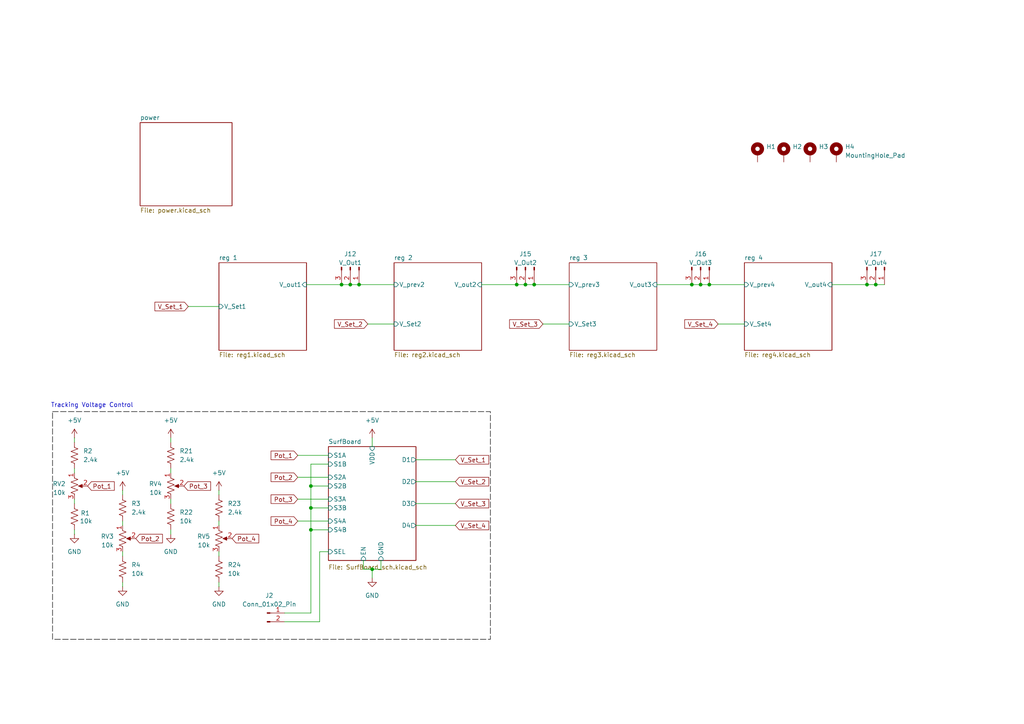
<source format=kicad_sch>
(kicad_sch (version 20250114) (generator "eeschema") (generator_version "9.0")
  (paper "A4")
  (title_block (company "Purdue ECET"))
  (lib_symbols
    (symbol "+5V_1" (power) (pin_numbers (hide yes)) (pin_names (offset 0) (hide yes))
      (property "Value" "+5V" (at 0 3.556 0))
      (symbol "+5V_1_0_1"
        (polyline (pts (xy -0.762 1.27) (xy 0 2.54)))
        (polyline (pts (xy 0 2.54) (xy 0.762 1.27)))
        (polyline (pts (xy 0 0) (xy 0 2.54)))
      )
      (symbol "+5V_1_1_1"
        (pin power_in line (at 0 0 90) (length 0) (name "~") (number "1"))
      )
    )
    (symbol "Connector:Conn_01x02_Pin" (pin_names (offset 1.016) (hide yes))
      (property "Reference" "J" (at 0 2.54 0))
      (property "Value" "Conn_01x02_Pin" (at 0 -5.08 0))
      (symbol "Conn_01x02_Pin_1_1"
        (rectangle (start 0.8636 0.127) (end 0 -0.127) (stroke (width 0.1524)) (fill (type outline)))
        (rectangle (start 0.8636 -2.413) (end 0 -2.667) (stroke (width 0.1524)) (fill (type outline)))
        (polyline (pts (xy 1.27 0) (xy 0.8636 0)) (stroke (width 0.1524)))
        (polyline (pts (xy 1.27 -2.54) (xy 0.8636 -2.54)) (stroke (width 0.1524)))
        (pin passive line (at 5.08 0 180) (length 3.81) (name "Pin_1") (number "1"))
        (pin passive line (at 5.08 -2.54 180) (length 3.81) (name "Pin_2") (number "2"))
      )
    )
    (symbol "Connector:Conn_01x03_Pin" (pin_names (offset 1.016) (hide yes))
      (property "Reference" "J" (at 0 5.08 0))
      (property "Value" "Conn_01x03_Pin" (at 0 -5.08 0))
      (symbol "Conn_01x03_Pin_1_1"
        (rectangle (start 0.8636 2.667) (end 0 2.413) (stroke (width 0.1524)) (fill (type outline)))
        (rectangle (start 0.8636 0.127) (end 0 -0.127) (stroke (width 0.1524)) (fill (type outline)))
        (rectangle (start 0.8636 -2.413) (end 0 -2.667) (stroke (width 0.1524)) (fill (type outline)))
        (polyline (pts (xy 1.27 2.54) (xy 0.8636 2.54)) (stroke (width 0.1524)))
        (polyline (pts (xy 1.27 0) (xy 0.8636 0)) (stroke (width 0.1524)))
        (polyline (pts (xy 1.27 -2.54) (xy 0.8636 -2.54)) (stroke (width 0.1524)))
        (pin passive line (at 5.08 2.54 180) (length 3.81) (name "Pin_1") (number "1"))
        (pin passive line (at 5.08 0 180) (length 3.81) (name "Pin_2") (number "2"))
        (pin passive line (at 5.08 -2.54 180) (length 3.81) (name "Pin_3") (number "3"))
      )
    )
    (symbol "Device:R_Potentiometer_US" (pin_names (offset 1.016) (hide yes))
      (property "Reference" "RV" (at -4.445 0 90))
      (property "Value" "R_Potentiometer_US" (at -2.54 0 90))
      (symbol "R_Potentiometer_US_0_1"
        (polyline (pts (xy 0 2.54) (xy 0 2.286)))
        (polyline (pts (xy 0 2.286) (xy 1.016 1.905) (xy 0 1.524) (xy -1.016 1.143) (xy 0 0.762)))
        (polyline (pts (xy 0 0.762) (xy 1.016 0.381) (xy 0 0) (xy -1.016 -0.381) (xy 0 -0.762)))
        (polyline (pts (xy 0 -0.762) (xy 1.016 -1.143) (xy 0 -1.524) (xy -1.016 -1.905) (xy 0 -2.286)))
        (polyline (pts (xy 0 -2.286) (xy 0 -2.54)))
        (polyline (pts (xy 1.143 0) (xy 2.286 0.508) (xy 2.286 -0.508) (xy 1.143 0)) (fill (type outline)))
        (polyline (pts (xy 2.54 0) (xy 1.524 0)))
      )
      (symbol "R_Potentiometer_US_1_1"
        (pin passive line (at 0 3.81 270) (length 1.27) (name "1") (number "1"))
        (pin passive line (at 0 -3.81 90) (length 1.27) (name "3") (number "3"))
        (pin passive line (at 3.81 0 180) (length 1.27) (name "2") (number "2"))
      )
    )
    (symbol "Device:R_US" (pin_numbers (hide yes)) (pin_names (offset 0))
      (property "Reference" "R" (at 2.54 0 90))
      (property "Value" "R_US" (at -2.54 0 90))
      (symbol "R_US_0_1"
        (polyline (pts (xy 0 2.286) (xy 0 2.54)))
        (polyline (pts (xy 0 2.286) (xy 1.016 1.905) (xy 0 1.524) (xy -1.016 1.143) (xy 0 0.762)))
        (polyline (pts (xy 0 0.762) (xy 1.016 0.381) (xy 0 0) (xy -1.016 -0.381) (xy 0 -0.762)))
        (polyline (pts (xy 0 -0.762) (xy 1.016 -1.143) (xy 0 -1.524) (xy -1.016 -1.905) (xy 0 -2.286)))
        (polyline (pts (xy 0 -2.286) (xy 0 -2.54)))
      )
      (symbol "R_US_1_1"
        (pin passive line (at 0 3.81 270) (length 1.27) (name "~") (number "1"))
        (pin passive line (at 0 -3.81 90) (length 1.27) (name "~") (number "2"))
      )
    )
    (symbol "GND_1" (power) (pin_numbers (hide yes)) (pin_names (offset 0) (hide yes))
      (property "Value" "GND" (at 0 -3.81 0))
      (symbol "GND_1_0_1"
        (polyline (pts (xy 0 0) (xy 0 -1.27) (xy 1.27 -1.27) (xy 0 -2.54) (xy -1.27 -1.27) (xy 0 -1.27)))
      )
      (symbol "GND_1_1_1"
        (pin power_in line (at 0 0 270) (length 0) (name "~") (number "1"))
      )
    )
    (symbol "GND_2" (power) (pin_numbers (hide yes)) (pin_names (offset 0) (hide yes))
      (property "Value" "GND" (at 0 -3.81 0))
      (symbol "GND_2_0_1"
        (polyline (pts (xy 0 0) (xy 0 -1.27) (xy 1.27 -1.27) (xy 0 -2.54) (xy -1.27 -1.27) (xy 0 -1.27)))
      )
      (symbol "GND_2_1_1"
        (pin power_in line (at 0 0 270) (length 0) (name "~") (number "1"))
      )
    )
    (symbol "Mechanical:MountingHole_Pad" (pin_numbers (hide yes)) (pin_names (offset 1.016) (hide yes))
      (property "Reference" "H" (at 0 6.35 0))
      (property "Value" "MountingHole_Pad" (at 0 4.445 0))
      (symbol "MountingHole_Pad_0_1"
        (circle (center 0 1.27) (radius 1.27) (stroke (width 1.27)))
      )
      (symbol "MountingHole_Pad_1_1"
        (pin input line (at 0 -2.54 90) (length 2.54) (name "1") (number "1"))
      )
    )
    (symbol "power:+5V" (power) (pin_numbers (hide yes)) (pin_names (offset 0) (hide yes))
      (property "Value" "+5V" (at 0 3.556 0))
      (symbol "+5V_0_1"
        (polyline (pts (xy -0.762 1.27) (xy 0 2.54)))
        (polyline (pts (xy 0 2.54) (xy 0.762 1.27)))
        (polyline (pts (xy 0 0) (xy 0 2.54)))
      )
      (symbol "+5V_1_1"
        (pin power_in line (at 0 0 90) (length 0) (name "~") (number "1"))
      )
    )
  )
  (rectangle (start 15.24 119.38) (end 142.24 185.42) (stroke (width 0) (type dash) (color 0 0 0 1)))
  (text "Tracking Voltage Control" (at 14.732 118.364 0) (effects (font (size 1.27 1.27)) (justify left bottom)))
  (junction (at 90.17 147.32))
  (junction (at 90.17 153.67))
  (junction (at 90.17 140.97))
  (junction (at 254 82.55))
  (junction (at 251.46 82.55))
  (junction (at 101.6 82.55))
  (junction (at 104.14 82.55))
  (junction (at 99.06 82.55))
  (junction (at 154.94 82.55))
  (junction (at 149.86 82.55))
  (junction (at 203.2 82.55))
  (junction (at 200.66 82.55))
  (junction (at 107.95 165.1))
  (junction (at 152.4 82.55))
  (junction (at 205.74 82.55))
  (wire (pts (xy 92.71 180.34) (xy 82.55 180.34)))
  (wire (pts (xy 254 82.55) (xy 256.54 82.55)))
  (wire (pts (xy 86.36 144.78) (xy 95.25 144.78)))
  (wire (pts (xy 190.5 82.55) (xy 200.66 82.55)))
  (wire (pts (xy 139.7 82.55) (xy 149.86 82.55)))
  (wire (pts (xy 86.36 151.13) (xy 95.25 151.13)))
  (wire (pts (xy 99.06 82.55) (xy 101.6 82.55)))
  (wire (pts (xy 120.65 139.7) (xy 132.08 139.7)))
  (wire (pts (xy 63.5 168.91) (xy 63.5 170.18)))
  (wire (pts (xy 90.17 140.97) (xy 95.25 140.97)))
  (wire (pts (xy 63.5 151.13) (xy 63.5 152.4)))
  (wire (pts (xy 21.59 127) (xy 21.59 128.27)))
  (wire (pts (xy 95.25 160.02) (xy 92.71 160.02)))
  (wire (pts (xy 203.2 82.55) (xy 205.74 82.55)))
  (wire (pts (xy 86.36 132.08) (xy 95.25 132.08)))
  (wire (pts (xy 49.53 127) (xy 49.53 128.27)))
  (wire (pts (xy 21.59 135.89) (xy 21.59 137.16)))
  (wire (pts (xy 105.41 165.1) (xy 107.95 165.1)))
  (wire (pts (xy 90.17 134.62) (xy 90.17 140.97)))
  (wire (pts (xy 105.41 162.56) (xy 105.41 165.1)))
  (wire (pts (xy 90.17 140.97) (xy 90.17 147.32)))
  (wire (pts (xy 35.56 168.91) (xy 35.56 170.18)))
  (wire (pts (xy 21.59 153.67) (xy 21.59 154.94)))
  (wire (pts (xy 63.5 142.24) (xy 63.5 143.51)))
  (wire (pts (xy 200.66 82.55) (xy 203.2 82.55)))
  (wire (pts (xy 154.94 82.55) (xy 165.1 82.55)))
  (wire (pts (xy 106.68 93.98) (xy 114.3 93.98)))
  (wire (pts (xy 92.71 160.02) (xy 92.71 180.34)))
  (wire (pts (xy 63.5 160.02) (xy 63.5 161.29)))
  (wire (pts (xy 49.53 135.89) (xy 49.53 137.16)))
  (wire (pts (xy 157.48 93.98) (xy 165.1 93.98)))
  (wire (pts (xy 149.86 82.55) (xy 152.4 82.55)))
  (wire (pts (xy 251.46 82.55) (xy 254 82.55)))
  (wire (pts (xy 107.95 165.1) (xy 107.95 167.64)))
  (wire (pts (xy 90.17 147.32) (xy 95.25 147.32)))
  (wire (pts (xy 49.53 153.67) (xy 49.53 154.94)))
  (wire (pts (xy 101.6 82.55) (xy 104.14 82.55)))
  (wire (pts (xy 90.17 153.67) (xy 90.17 147.32)))
  (wire (pts (xy 35.56 151.13) (xy 35.56 152.4)))
  (wire (pts (xy 35.56 142.24) (xy 35.56 143.51)))
  (wire (pts (xy 104.14 82.55) (xy 114.3 82.55)))
  (wire (pts (xy 107.95 165.1) (xy 110.49 165.1)))
  (wire (pts (xy 82.55 177.8) (xy 90.17 177.8)))
  (wire (pts (xy 49.53 144.78) (xy 49.53 146.05)))
  (wire (pts (xy 205.74 82.55) (xy 215.9 82.55)))
  (wire (pts (xy 21.59 144.78) (xy 21.59 146.05)))
  (wire (pts (xy 54.61 88.9) (xy 63.5 88.9)))
  (wire (pts (xy 86.36 138.43) (xy 95.25 138.43)))
  (wire (pts (xy 107.95 127) (xy 107.95 129.54)))
  (wire (pts (xy 241.3 82.55) (xy 251.46 82.55)))
  (wire (pts (xy 90.17 153.67) (xy 95.25 153.67)))
  (wire (pts (xy 110.49 162.56) (xy 110.49 165.1)))
  (wire (pts (xy 90.17 134.62) (xy 95.25 134.62)))
  (wire (pts (xy 35.56 160.02) (xy 35.56 161.29)))
  (wire (pts (xy 120.65 146.05) (xy 132.08 146.05)))
  (wire (pts (xy 208.28 93.98) (xy 215.9 93.98)))
  (wire (pts (xy 152.4 82.55) (xy 154.94 82.55)))
  (wire (pts (xy 90.17 177.8) (xy 90.17 153.67)))
  (wire (pts (xy 120.65 152.4) (xy 132.08 152.4)))
  (wire (pts (xy 88.9 82.55) (xy 99.06 82.55)))
  (wire (pts (xy 120.65 133.35) (xy 132.08 133.35)))
  (global_label "V_Set_2" (shape input) (at 106.68 93.98 180) (property "Intersheetrefs" "${INTERSHEET_REFS}" (effects (hide yes))))
  (global_label "V_Set_4" (shape input) (at 132.08 152.4 0) (property "Intersheetrefs" "${INTERSHEET_REFS}" (effects (hide yes))))
  (global_label "V_Set_3" (shape input) (at 157.48 93.98 180) (property "Intersheetrefs" "${INTERSHEET_REFS}" (effects (hide yes))))
  (global_label "Pot_3" (shape input) (at 86.36 144.78 180) (property "Intersheetrefs" "${INTERSHEET_REFS}" (effects (hide yes))))
  (global_label "Pot_3" (shape input) (at 53.34 140.97 0) (property "Intersheetrefs" "${INTERSHEET_REFS}" (effects (hide yes))))
  (global_label "V_Set_1" (shape input) (at 54.61 88.9 180) (property "Intersheetrefs" "${INTERSHEET_REFS}" (effects (hide yes))))
  (global_label "Pot_2" (shape input) (at 39.37 156.21 0) (property "Intersheetrefs" "${INTERSHEET_REFS}" (effects (hide yes))))
  (global_label "V_Set_3" (shape input) (at 132.08 146.05 0) (property "Intersheetrefs" "${INTERSHEET_REFS}" (effects (hide yes))))
  (global_label "Pot_1" (shape input) (at 25.4 140.97 0) (property "Intersheetrefs" "${INTERSHEET_REFS}" (effects (hide yes))))
  (global_label "Pot_4" (shape input) (at 67.31 156.21 0) (property "Intersheetrefs" "${INTERSHEET_REFS}" (effects (hide yes))))
  (global_label "V_Set_4" (shape input) (at 208.28 93.98 180) (property "Intersheetrefs" "${INTERSHEET_REFS}" (effects (hide yes))))
  (global_label "V_Set_2" (shape input) (at 132.08 139.7 0) (property "Intersheetrefs" "${INTERSHEET_REFS}" (effects (hide yes))))
  (global_label "Pot_4" (shape input) (at 86.36 151.13 180) (property "Intersheetrefs" "${INTERSHEET_REFS}" (effects (hide yes))))
  (global_label "Pot_1" (shape input) (at 86.36 132.08 180) (property "Intersheetrefs" "${INTERSHEET_REFS}" (effects (hide yes))))
  (global_label "Pot_2" (shape input) (at 86.36 138.43 180) (property "Intersheetrefs" "${INTERSHEET_REFS}" (effects (hide yes))))
  (global_label "V_Set_1" (shape input) (at 132.08 133.35 0) (property "Intersheetrefs" "${INTERSHEET_REFS}" (effects (hide yes))))
  (symbol (lib_name "GND_1") (lib_id "power:GND") (at 35.56 170.18 0) (unit 1)
    (property "Reference" "#PWR06" (effects (hide yes)))
    (property "Value" "GND" (at 35.56 175.26 0))
    (property "Description" "Power symbol creates a global label with name \"GND\" , ground" (effects (hide yes)))
  )
  (symbol (lib_id "Device:R_US") (at 35.56 147.32 180) (unit 1)
    (property "Reference" "R3" (at 38.1 146.0499 0) (effects (justify right)))
    (property "Value" "2.4k" (at 38.1 148.5899 0) (effects (justify right)))
    (property "Footprint" "Resistor_THT:R_Axial_DIN0207_L6.3mm_D2.5mm_P10.16mm_Horizontal" (effects (hide yes)))
    (property "Description" "Resistor, US symbol" (effects (hide yes)))
  )
  (symbol (lib_id "Connector:Conn_01x03_Pin") (at 101.6 77.47 270) (unit 1)
    (property "Reference" "J12" (at 101.6 73.66 90))
    (property "Value" "V_Out1" (at 101.6 76.2 90))
    (property "Footprint" "Connector_PinHeader_2.54mm:PinHeader_1x03_P2.54mm_Vertical" (effects (hide yes)))
  )
  (symbol (lib_name "GND_1") (lib_id "power:GND") (at 63.5 170.18 0) (unit 1)
    (property "Reference" "#PWR014" (effects (hide yes)))
    (property "Value" "GND" (at 63.5 175.26 0))
    (property "Description" "Power symbol creates a global label with name \"GND\" , ground" (effects (hide yes)))
  )
  (symbol (lib_id "Device:R_US") (at 21.59 132.08 180) (unit 1)
    (property "Reference" "R2" (at 24.13 130.8099 0) (effects (justify right)))
    (property "Value" "2.4k" (at 24.13 133.3499 0) (effects (justify right)))
    (property "Footprint" "Resistor_THT:R_Axial_DIN0207_L6.3mm_D2.5mm_P10.16mm_Horizontal" (effects (hide yes)))
    (property "Description" "Resistor, US symbol" (effects (hide yes)))
  )
  (symbol (lib_id "Mechanical:MountingHole_Pad") (at 219.71 44.45 0) (unit 1)
    (property "Reference" "H1" (at 222.25 42.545 0) (effects (justify left)))
    (property "Value" "MountingHole_Pad" (effects (hide yes)))
    (property "Footprint" "MountingHole:MountingHole_4.3mm_M4_Pad" (effects (hide yes)))
  )
  (symbol (lib_id "Device:R_US") (at 49.53 132.08 180) (unit 1)
    (property "Reference" "R21" (at 52.07 130.8099 0) (effects (justify right)))
    (property "Value" "2.4k" (at 52.07 133.3499 0) (effects (justify right)))
    (property "Footprint" "Resistor_THT:R_Axial_DIN0207_L6.3mm_D2.5mm_P10.16mm_Horizontal" (effects (hide yes)))
    (property "Description" "Resistor, US symbol" (effects (hide yes)))
  )
  (symbol (lib_id "Connector:Conn_01x03_Pin") (at 152.4 77.47 270) (unit 1)
    (property "Reference" "J15" (at 152.4 73.66 90))
    (property "Value" "V_Out2" (at 152.4 76.2 90))
    (property "Footprint" "Connector_PinHeader_2.54mm:PinHeader_1x03_P2.54mm_Vertical" (effects (hide yes)))
  )
  (symbol (lib_id "Mechanical:MountingHole_Pad") (at 242.57 44.45 0) (unit 1)
    (property "Reference" "H4" (at 245.11 42.545 0) (effects (justify left)))
    (property "Value" "MountingHole_Pad" (at 245.11 45.085 0) (effects (justify left)))
    (property "Footprint" "MountingHole:MountingHole_4.3mm_M4_Pad" (effects (hide yes)))
  )
  (symbol (lib_id "Device:R_Potentiometer_US") (at 35.56 156.21 0) (unit 1)
    (property "Reference" "RV3" (at 33.02 155.575 0) (effects (justify right)))
    (property "Value" "10k" (at 33.02 158.115 0) (effects (justify right)))
    (property "Footprint" "battery_emulator:PDB181" (effects (hide yes)))
  )
  (symbol (lib_id "Device:R_US") (at 49.53 149.86 180) (unit 1)
    (property "Reference" "R22" (at 52.07 148.5899 0) (effects (justify right)))
    (property "Value" "10k" (at 52.07 151.1299 0) (effects (justify right)))
    (property "Footprint" "Resistor_THT:R_Axial_DIN0207_L6.3mm_D2.5mm_P10.16mm_Horizontal" (effects (hide yes)))
    (property "Description" "Resistor, US symbol" (effects (hide yes)))
  )
  (symbol (lib_id "Device:R_Potentiometer_US") (at 63.5 156.21 0) (unit 1)
    (property "Reference" "RV5" (at 60.96 155.575 0) (effects (justify right)))
    (property "Value" "10k" (at 60.96 158.115 0) (effects (justify right)))
    (property "Footprint" "battery_emulator:PDB181" (effects (hide yes)))
  )
  (symbol (lib_id "Device:R_US") (at 63.5 165.1 180) (unit 1)
    (property "Reference" "R24" (at 66.04 163.8299 0) (effects (justify right)))
    (property "Value" "10k" (at 66.04 166.3699 0) (effects (justify right)))
    (property "Footprint" "Resistor_THT:R_Axial_DIN0207_L6.3mm_D2.5mm_P10.16mm_Horizontal" (effects (hide yes)))
    (property "Description" "Resistor, US symbol" (effects (hide yes)))
  )
  (symbol (lib_id "Connector:Conn_01x03_Pin") (at 254 77.47 270) (unit 1)
    (property "Reference" "J17" (at 254 73.66 90))
    (property "Value" "V_Out4" (at 254 76.2 90))
    (property "Footprint" "Connector_PinHeader_2.54mm:PinHeader_1x03_P2.54mm_Vertical" (effects (hide yes)))
  )
  (symbol (lib_id "Device:R_Potentiometer_US") (at 49.53 140.97 0) (unit 1)
    (property "Reference" "RV4" (at 46.99 140.335 0) (effects (justify right)))
    (property "Value" "10k" (at 46.99 142.875 0) (effects (justify right)))
    (property "Footprint" "battery_emulator:PDB181" (effects (hide yes)))
  )
  (symbol (lib_id "Device:R_US") (at 21.59 149.86 180) (unit 1)
    (property "Reference" "R1" (at 23.368 148.844 0) (effects (justify right)))
    (property "Value" "10k" (at 23.114 151.13 0) (effects (justify right)))
    (property "Footprint" "Resistor_THT:R_Axial_DIN0207_L6.3mm_D2.5mm_P10.16mm_Horizontal" (effects (hide yes)))
    (property "Description" "Resistor, US symbol" (effects (hide yes)))
  )
  (symbol (lib_name "+5V_1") (lib_id "power:+5V") (at 35.56 142.24 0) (unit 1)
    (property "Reference" "#PWR04" (effects (hide yes)))
    (property "Value" "+5V" (at 35.56 137.16 0))
    (property "Description" "Power symbol creates a global label with name \"+5V\"" (effects (hide yes)))
  )
  (symbol (lib_id "Connector:Conn_01x03_Pin") (at 203.2 77.47 270) (unit 1)
    (property "Reference" "J16" (at 203.2 73.66 90))
    (property "Value" "V_Out3" (at 203.2 76.2 90))
    (property "Footprint" "Connector_PinHeader_2.54mm:PinHeader_1x03_P2.54mm_Vertical" (effects (hide yes)))
  )
  (symbol (lib_id "Device:R_Potentiometer_US") (at 21.59 140.97 0) (unit 1)
    (property "Reference" "RV2" (at 19.05 140.335 0) (effects (justify right)))
    (property "Value" "10k" (at 19.05 142.875 0) (effects (justify right)))
    (property "Footprint" "battery_emulator:PDB181" (effects (hide yes)))
  )
  (symbol (lib_id "Mechanical:MountingHole_Pad") (at 227.33 44.45 0) (unit 1)
    (property "Reference" "H2" (at 229.87 42.545 0) (effects (justify left)))
    (property "Value" "MountingHole_Pad" (effects (hide yes)))
    (property "Footprint" "MountingHole:MountingHole_4.3mm_M4_Pad" (effects (hide yes)))
  )
  (symbol (lib_name "+5V_1") (lib_id "power:+5V") (at 63.5 142.24 0) (unit 1)
    (property "Reference" "#PWR013" (effects (hide yes)))
    (property "Value" "+5V" (at 63.5 137.16 0))
    (property "Description" "Power symbol creates a global label with name \"+5V\"" (effects (hide yes)))
  )
  (symbol (lib_name "GND_2") (lib_id "power:GND") (at 107.95 167.64 0) (unit 1)
    (property "Reference" "#PWR017" (effects (hide yes)))
    (property "Value" "GND" (at 107.95 172.72 0))
    (property "Description" "Power symbol creates a global label with name \"GND\" , ground" (effects (hide yes)))
  )
  (symbol (lib_id "Device:R_US") (at 63.5 147.32 180) (unit 1)
    (property "Reference" "R23" (at 66.04 146.0499 0) (effects (justify right)))
    (property "Value" "2.4k" (at 66.04 148.5899 0) (effects (justify right)))
    (property "Footprint" "Resistor_THT:R_Axial_DIN0207_L6.3mm_D2.5mm_P10.16mm_Horizontal" (effects (hide yes)))
    (property "Description" "Resistor, US symbol" (effects (hide yes)))
  )
  (symbol (lib_id "power:+5V") (at 107.95 127 0) (unit 1)
    (property "Reference" "#PWR019" (effects (hide yes)))
    (property "Value" "+5V" (at 107.95 121.92 0))
    (property "Description" "Power symbol creates a global label with name \"+5V\"" (effects (hide yes)))
  )
  (symbol (lib_name "GND_1") (lib_id "power:GND") (at 49.53 154.94 0) (unit 1)
    (property "Reference" "#PWR012" (effects (hide yes)))
    (property "Value" "GND" (at 49.53 160.02 0))
    (property "Description" "Power symbol creates a global label with name \"GND\" , ground" (effects (hide yes)))
  )
  (symbol (lib_id "Mechanical:MountingHole_Pad") (at 234.95 44.45 0) (unit 1)
    (property "Reference" "H3" (at 237.49 42.545 0) (effects (justify left)))
    (property "Value" "MountingHole_Pad" (effects (hide yes)))
    (property "Footprint" "MountingHole:MountingHole_4.3mm_M4_Pad" (effects (hide yes)))
  )
  (symbol (lib_name "+5V_1") (lib_id "power:+5V") (at 49.53 127 0) (unit 1)
    (property "Reference" "#PWR07" (effects (hide yes)))
    (property "Value" "+5V" (at 49.53 121.92 0))
    (property "Description" "Power symbol creates a global label with name \"+5V\"" (effects (hide yes)))
  )
  (symbol (lib_name "GND_1") (lib_id "power:GND") (at 21.59 154.94 0) (unit 1)
    (property "Reference" "#PWR08" (effects (hide yes)))
    (property "Value" "GND" (at 21.59 160.02 0))
    (property "Description" "Power symbol creates a global label with name \"GND\" , ground" (effects (hide yes)))
  )
  (symbol (lib_id "Device:R_US") (at 35.56 165.1 180) (unit 1)
    (property "Reference" "R4" (at 38.1 163.8299 0) (effects (justify right)))
    (property "Value" "10k" (at 38.1 166.3699 0) (effects (justify right)))
    (property "Footprint" "Resistor_THT:R_Axial_DIN0207_L6.3mm_D2.5mm_P10.16mm_Horizontal" (effects (hide yes)))
    (property "Description" "Resistor, US symbol" (effects (hide yes)))
  )
  (symbol (lib_id "Connector:Conn_01x02_Pin") (at 77.47 177.8 0) (unit 1)
    (property "Reference" "J2" (at 78.105 172.72 0))
    (property "Value" "Conn_01x02_Pin" (at 78.105 175.26 0))
    (property "Footprint" "Connector_PinHeader_2.54mm:PinHeader_1x02_P2.54mm_Vertical" (effects (hide yes)))
    (property "Description" "Generic connector, single row, 01x02, script generated" (effects (hide yes)))
  )
  (symbol (lib_name "+5V_1") (lib_id "power:+5V") (at 21.59 127 0) (unit 1)
    (property "Reference" "#PWR03" (effects (hide yes)))
    (property "Value" "+5V" (at 21.59 121.92 0))
    (property "Description" "Power symbol creates a global label with name \"+5V\"" (effects (hide yes)))
  )
  (sheet (at 215.9 76.2) (size 25.4 25.4) (stroke (width 0.1524))
    (property "Sheetname" "reg 4" (at 215.9 75.4884 0) (effects (justify left bottom)))
    (property "Sheetfile" "reg4.kicad_sch" (at 215.9 102.1846 0) (effects (justify left top)))
    (pin "V_out4" input (at 241.3 82.55 0))
    (pin "V_prev4" input (at 215.9 82.55 180))
    (pin "V_Set4" input (at 215.9 93.98 180))
  )
  (sheet (at 165.1 76.2) (size 25.4 25.4) (stroke (width 0.1524))
    (property "Sheetname" "reg 3" (at 165.1 75.4884 0) (effects (justify left bottom)))
    (property "Sheetfile" "reg3.kicad_sch" (at 165.1 102.1846 0) (effects (justify left top)))
    (pin "V_Set3" input (at 165.1 93.98 180))
    (pin "V_prev3" input (at 165.1 82.55 180))
    (pin "V_out3" input (at 190.5 82.55 0))
  )
  (sheet (at 40.64 35.56) (size 26.67 24.13) (stroke (width 0.1524))
    (property "Sheetname" "power" (at 40.64 34.8484 0) (effects (justify left bottom)))
    (property "Sheetfile" "power.kicad_sch" (at 40.64 60.2746 0) (effects (justify left top)))
  )
  (sheet (at 114.3 76.2) (size 25.4 25.4) (stroke (width 0.1524))
    (property "Sheetname" "reg 2" (at 114.3 75.4884 0) (effects (justify left bottom)))
    (property "Sheetfile" "reg2.kicad_sch" (at 114.3 102.1846 0) (effects (justify left top)))
    (pin "V_prev2" input (at 114.3 82.55 180))
    (pin "V_Set2" input (at 114.3 93.98 180))
    (pin "V_out2" input (at 139.7 82.55 0))
  )
  (sheet (at 95.25 129.54) (size 25.4 33.02) (stroke (width 0.1524))
    (property "Sheetname" "SurfBoard" (at 95.25 128.8284 0) (effects (justify left bottom)))
    (property "Sheetfile" "SurfBoard_sch.kicad_sch" (at 95.25 163.7796 0) (effects (justify left top)))
    (pin "D1" output (at 120.65 133.35 0))
    (pin "D2" output (at 120.65 139.7 0))
    (pin "D3" output (at 120.65 146.05 0))
    (pin "D4" output (at 120.65 152.4 0))
    (pin "EN" input (at 105.41 162.56 270))
    (pin "GND" input (at 110.49 162.56 270))
    (pin "S1A" input (at 95.25 132.08 180))
    (pin "S1B" input (at 95.25 134.62 180))
    (pin "S2A" input (at 95.25 138.43 180))
    (pin "S2B" input (at 95.25 140.97 180))
    (pin "S3A" input (at 95.25 144.78 180))
    (pin "S3B" input (at 95.25 147.32 180))
    (pin "S4A" input (at 95.25 151.13 180))
    (pin "S4B" input (at 95.25 153.67 180))
    (pin "SEL" input (at 95.25 160.02 180))
    (pin "VDD" input (at 107.95 129.54 90))
  )
  (sheet (at 63.5 76.2) (size 25.4 25.4) (stroke (width 0.1524))
    (property "Sheetname" "reg 1" (at 63.5 75.4884 0) (effects (justify left bottom)))
    (property "Sheetfile" "reg1.kicad_sch" (at 63.5 102.1846 0) (effects (justify left top)))
    (pin "V_Set1" input (at 63.5 88.9 180))
    (pin "V_out1" input (at 88.9 82.55 0))
  )
)
</source>
